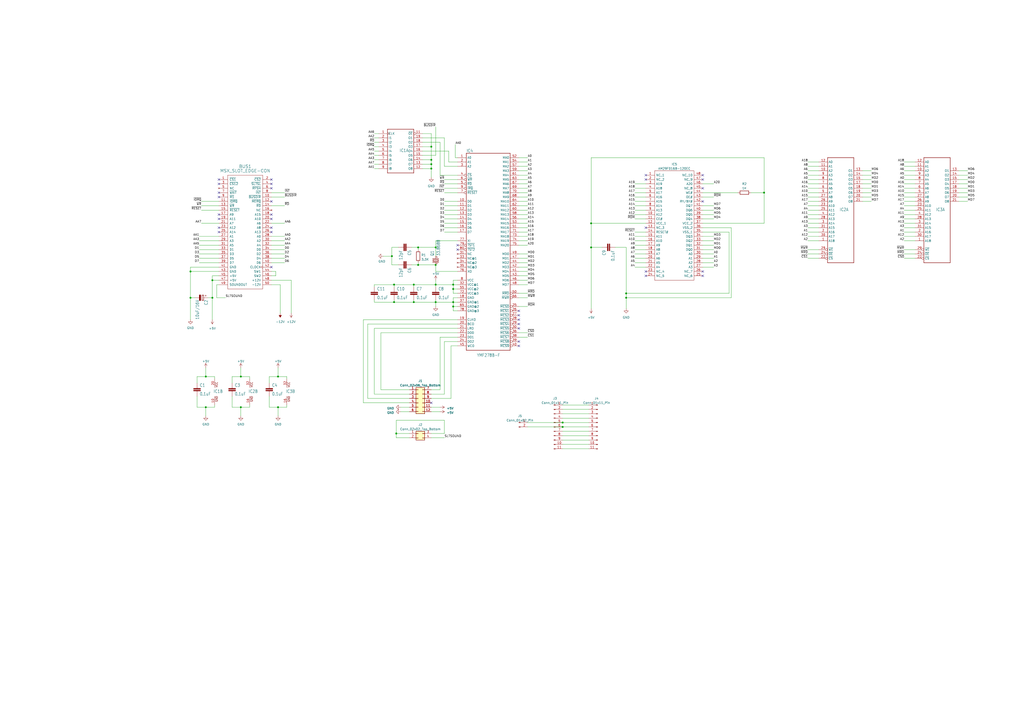
<source format=kicad_sch>
(kicad_sch (version 20230121) (generator eeschema)
  (paper "A2")
  (title_block (title "MSX OPL4 Wozblaster Reloaded") (date "2023-03-13") (rev "3.0") (company "The Retro Hacker") (comment 2 "Reloaded by Cristiano Goncalves") (comment 3 "Original Design by Gustavo Iriarte") (comment 4 "Wozblaster Reloaded v3"))
  (junction (at 161.29 218.44))
  (junction (at 262.89 175.26))
  (junction (at 363.22 170.18))
  (junction (at 119.38 236.22))
  (junction (at 119.38 218.44))
  (junction (at 123.19 172.72))
  (junction (at 161.29 236.22))
  (junction (at 252.73 175.26))
  (junction (at 110.49 157.48))
  (junction (at 240.03 175.26))
  (junction (at 139.7 218.44))
  (junction (at 227.33 148.59))
  (junction (at 110.49 172.72))
  (junction (at 250.19 85.09))
  (junction (at 262.89 165.1))
  (junction (at 228.6 175.26))
  (junction (at 252.73 143.51))
  (junction (at 240.03 165.1))
  (junction (at 250.19 97.79))
  (junction (at 363.22 172.72))
  (junction (at 262.89 167.64))
  (junction (at 139.7 236.22))
  (junction (at 123.19 162.56))
  (junction (at 342.9 129.54))
  (junction (at 262.89 177.8))
  (junction (at 242.57 143.51))
  (junction (at 242.57 153.67))
  (junction (at 250.19 95.25))
  (junction (at 252.73 165.1))
  (junction (at 229.87 251.46))
  (junction (at 342.9 143.51))
  (junction (at 250.19 92.71))
  (junction (at 326.39 247.65))
  (junction (at 228.6 165.1))
  (junction (at 326.39 245.11))
  (junction (at 443.23 111.76))
  (junction (at 252.73 153.67))
  (no_connect (at 407.67 104.14))
  (no_connect (at 407.67 160.02))
  (no_connect (at 374.65 160.02))
  (no_connect (at 300.99 185.42))
  (no_connect (at 300.99 182.88))
  (no_connect (at 300.99 180.34))
  (no_connect (at 300.99 190.5))
  (no_connect (at 300.99 187.96))
  (no_connect (at 300.99 200.66))
  (no_connect (at 300.99 198.12))
  (no_connect (at 127 134.62))
  (no_connect (at 127 132.08))
  (no_connect (at 127 124.46))
  (no_connect (at 127 127))
  (no_connect (at 157.48 154.94))
  (no_connect (at 157.48 132.08))
  (no_connect (at 157.48 134.62))
  (no_connect (at 265.43 142.24))
  (no_connect (at 265.43 144.78))
  (no_connect (at 374.65 101.6))
  (no_connect (at 407.67 157.48))
  (no_connect (at 374.65 157.48))
  (no_connect (at 374.65 104.14))
  (no_connect (at 407.67 101.6))
  (no_connect (at 250.19 233.68))
  (no_connect (at 407.67 109.22))
  (no_connect (at 407.67 116.84))
  (no_connect (at 157.48 124.46))
  (no_connect (at 157.48 127))
  (no_connect (at 374.65 132.08))
  (no_connect (at 127 104.14))
  (no_connect (at 127 106.68))
  (no_connect (at 127 111.76))
  (no_connect (at 127 114.3))
  (no_connect (at 157.48 104.14))
  (no_connect (at 157.48 106.68))
  (no_connect (at 157.48 109.22))
  (no_connect (at 157.48 116.84))
  (wire (pts (xy 252.73 157.48) (xy 265.43 157.48)))
  (wire (pts (xy 250.19 251.46) (xy 257.81 251.46)))
  (wire (pts (xy 468.63 99.06) (xy 474.98 99.06)))
  (wire (pts (xy 264.16 91.44) (xy 265.43 91.44)))
  (wire (pts (xy 257.81 109.22) (xy 265.43 109.22)))
  (wire (pts (xy 166.37 218.44) (xy 166.37 219.71)))
  (wire (pts (xy 161.29 236.22) (xy 166.37 236.22)))
  (wire (pts (xy 245.11 77.47) (xy 250.19 77.47)))
  (wire (pts (xy 424.18 172.72) (xy 363.22 172.72)))
  (wire (pts (xy 262.89 167.64) (xy 262.89 170.18)))
  (wire (pts (xy 300.99 154.94) (xy 306.07 154.94)))
  (wire (pts (xy 326.39 257.81) (xy 341.63 257.81)))
  (wire (pts (xy 363.22 170.18) (xy 363.22 172.72)))
  (wire (pts (xy 217.17 92.71) (xy 219.71 92.71)))
  (wire (pts (xy 257.81 119.38) (xy 265.43 119.38)))
  (wire (pts (xy 524.51 134.62) (xy 530.86 134.62)))
  (wire (pts (xy 257.81 121.92) (xy 265.43 121.92)))
  (wire (pts (xy 422.91 134.62) (xy 422.91 170.18)))
  (wire (pts (xy 242.57 152.4) (xy 242.57 153.67)))
  (wire (pts (xy 232.41 238.76) (xy 237.49 238.76)))
  (wire (pts (xy 116.84 116.84) (xy 127 116.84)))
  (wire (pts (xy 524.51 99.06) (xy 530.86 99.06)))
  (wire (pts (xy 157.48 149.86) (xy 165.1 149.86)))
  (wire (pts (xy 240.03 175.26) (xy 252.73 175.26)))
  (wire (pts (xy 116.84 121.92) (xy 127 121.92)))
  (wire (pts (xy 342.9 143.51) (xy 342.9 179.07)))
  (wire (pts (xy 110.49 157.48) (xy 127 157.48)))
  (wire (pts (xy 110.49 154.94) (xy 110.49 157.48)))
  (wire (pts (xy 157.48 152.4) (xy 165.1 152.4)))
  (wire (pts (xy 500.38 111.76) (xy 505.46 111.76)))
  (wire (pts (xy 161.29 213.36) (xy 161.29 218.44)))
  (wire (pts (xy 134.62 236.22) (xy 139.7 236.22)))
  (wire (pts (xy 300.99 137.16) (xy 306.07 137.16)))
  (wire (pts (xy 262.89 167.64) (xy 265.43 167.64)))
  (wire (pts (xy 300.99 147.32) (xy 306.07 147.32)))
  (wire (pts (xy 556.26 101.6) (xy 561.34 101.6)))
  (wire (pts (xy 556.26 99.06) (xy 561.34 99.06)))
  (wire (pts (xy 257.81 243.84) (xy 229.87 243.84)))
  (wire (pts (xy 213.36 231.14) (xy 237.49 231.14)))
  (wire (pts (xy 368.3 154.94) (xy 374.65 154.94)))
  (wire (pts (xy 524.51 101.6) (xy 530.86 101.6)))
  (wire (pts (xy 250.19 85.09) (xy 250.19 92.71)))
  (wire (pts (xy 261.62 231.14) (xy 250.19 231.14)))
  (wire (pts (xy 123.19 162.56) (xy 127 162.56)))
  (wire (pts (xy 407.67 152.4) (xy 414.02 152.4)))
  (wire (pts (xy 524.51 111.76) (xy 530.86 111.76)))
  (wire (pts (xy 407.67 132.08) (xy 424.18 132.08)))
  (wire (pts (xy 262.89 177.8) (xy 262.89 180.34)))
  (wire (pts (xy 238.76 153.67) (xy 242.57 153.67)))
  (wire (pts (xy 300.99 177.8) (xy 306.07 177.8)))
  (wire (pts (xy 114.3 236.22) (xy 119.38 236.22)))
  (wire (pts (xy 252.73 165.1) (xy 262.89 165.1)))
  (wire (pts (xy 300.99 157.48) (xy 306.07 157.48)))
  (wire (pts (xy 524.51 149.86) (xy 530.86 149.86)))
  (wire (pts (xy 524.51 147.32) (xy 530.86 147.32)))
  (wire (pts (xy 250.19 77.47) (xy 250.19 85.09)))
  (wire (pts (xy 368.3 149.86) (xy 374.65 149.86)))
  (wire (pts (xy 468.63 119.38) (xy 474.98 119.38)))
  (wire (pts (xy 217.17 95.25) (xy 219.71 95.25)))
  (wire (pts (xy 217.17 228.6) (xy 237.49 228.6)))
  (wire (pts (xy 407.67 149.86) (xy 414.02 149.86)))
  (wire (pts (xy 326.39 247.65) (xy 341.63 247.65)))
  (wire (pts (xy 326.39 250.19) (xy 341.63 250.19)))
  (wire (pts (xy 306.07 247.65) (xy 326.39 247.65)))
  (wire (pts (xy 157.48 157.48) (xy 160.02 157.48)))
  (wire (pts (xy 407.67 119.38) (xy 414.02 119.38)))
  (wire (pts (xy 468.63 147.32) (xy 474.98 147.32)))
  (wire (pts (xy 468.63 124.46) (xy 474.98 124.46)))
  (wire (pts (xy 222.25 148.59) (xy 227.33 148.59)))
  (wire (pts (xy 114.3 229.87) (xy 114.3 236.22)))
  (wire (pts (xy 468.63 132.08) (xy 474.98 132.08)))
  (wire (pts (xy 407.67 111.76) (xy 427.99 111.76)))
  (wire (pts (xy 468.63 106.68) (xy 474.98 106.68)))
  (wire (pts (xy 443.23 129.54) (xy 443.23 111.76)))
  (wire (pts (xy 368.3 119.38) (xy 374.65 119.38)))
  (wire (pts (xy 217.17 87.63) (xy 219.71 87.63)))
  (wire (pts (xy 407.67 106.68) (xy 414.02 106.68)))
  (wire (pts (xy 110.49 172.72) (xy 113.03 172.72)))
  (wire (pts (xy 326.39 237.49) (xy 341.63 237.49)))
  (wire (pts (xy 252.73 175.26) (xy 262.89 175.26)))
  (wire (pts (xy 257.81 228.6) (xy 250.19 228.6)))
  (wire (pts (xy 257.81 96.52) (xy 265.43 96.52)))
  (wire (pts (xy 217.17 90.17) (xy 219.71 90.17)))
  (wire (pts (xy 368.3 114.3) (xy 374.65 114.3)))
  (wire (pts (xy 210.82 185.42) (xy 210.82 233.68)))
  (wire (pts (xy 368.3 109.22) (xy 374.65 109.22)))
  (wire (pts (xy 255.27 82.55) (xy 255.27 101.6)))
  (wire (pts (xy 524.51 96.52) (xy 530.86 96.52)))
  (wire (pts (xy 265.43 193.04) (xy 220.98 193.04)))
  (wire (pts (xy 407.67 147.32) (xy 414.02 147.32)))
  (wire (pts (xy 556.26 114.3) (xy 561.34 114.3)))
  (wire (pts (xy 368.3 134.62) (xy 374.65 134.62)))
  (wire (pts (xy 250.19 238.76) (xy 255.27 238.76)))
  (wire (pts (xy 139.7 218.44) (xy 134.62 218.44)))
  (wire (pts (xy 262.89 172.72) (xy 262.89 175.26)))
  (wire (pts (xy 257.81 127) (xy 265.43 127)))
  (wire (pts (xy 232.41 236.22) (xy 237.49 236.22)))
  (wire (pts (xy 156.21 218.44) (xy 156.21 222.25)))
  (wire (pts (xy 407.67 137.16) (xy 414.02 137.16)))
  (wire (pts (xy 119.38 218.44) (xy 124.46 218.44)))
  (wire (pts (xy 424.18 132.08) (xy 424.18 172.72)))
  (wire (pts (xy 262.89 162.56) (xy 262.89 165.1)))
  (wire (pts (xy 300.99 132.08) (xy 306.07 132.08)))
  (wire (pts (xy 524.51 109.22) (xy 530.86 109.22)))
  (wire (pts (xy 556.26 109.22) (xy 561.34 109.22)))
  (wire (pts (xy 368.3 124.46) (xy 374.65 124.46)))
  (wire (pts (xy 407.67 134.62) (xy 422.91 134.62)))
  (wire (pts (xy 115.57 147.32) (xy 127 147.32)))
  (wire (pts (xy 468.63 127) (xy 474.98 127)))
  (wire (pts (xy 468.63 93.98) (xy 474.98 93.98)))
  (wire (pts (xy 468.63 144.78) (xy 474.98 144.78)))
  (wire (pts (xy 116.84 129.54) (xy 127 129.54)))
  (wire (pts (xy 217.17 190.5) (xy 217.17 228.6)))
  (wire (pts (xy 262.89 165.1) (xy 265.43 165.1)))
  (wire (pts (xy 257.81 198.12) (xy 257.81 228.6)))
  (wire (pts (xy 240.03 165.1) (xy 252.73 165.1)))
  (wire (pts (xy 468.63 137.16) (xy 474.98 137.16)))
  (wire (pts (xy 468.63 101.6) (xy 474.98 101.6)))
  (wire (pts (xy 556.26 104.14) (xy 561.34 104.14)))
  (wire (pts (xy 300.99 139.7) (xy 306.07 139.7)))
  (wire (pts (xy 326.39 252.73) (xy 341.63 252.73)))
  (wire (pts (xy 217.17 97.79) (xy 219.71 97.79)))
  (wire (pts (xy 300.99 172.72) (xy 306.07 172.72)))
  (wire (pts (xy 240.03 175.26) (xy 240.03 173.99)))
  (wire (pts (xy 407.67 139.7) (xy 414.02 139.7)))
  (wire (pts (xy 228.6 165.1) (xy 228.6 166.37)))
  (wire (pts (xy 157.48 137.16) (xy 165.1 137.16)))
  (wire (pts (xy 257.81 132.08) (xy 265.43 132.08)))
  (wire (pts (xy 524.51 139.7) (xy 530.86 139.7)))
  (wire (pts (xy 217.17 82.55) (xy 219.71 82.55)))
  (wire (pts (xy 229.87 251.46) (xy 237.49 251.46)))
  (wire (pts (xy 123.19 160.02) (xy 127 160.02)))
  (wire (pts (xy 217.17 175.26) (xy 228.6 175.26)))
  (wire (pts (xy 300.99 93.98) (xy 306.07 93.98)))
  (wire (pts (xy 363.22 172.72) (xy 363.22 179.07)))
  (wire (pts (xy 300.99 91.44) (xy 306.07 91.44)))
  (wire (pts (xy 265.43 200.66) (xy 261.62 200.66)))
  (wire (pts (xy 363.22 143.51) (xy 363.22 170.18)))
  (wire (pts (xy 252.73 90.17) (xy 245.11 90.17)))
  (wire (pts (xy 157.48 165.1) (xy 162.56 165.1)))
  (wire (pts (xy 245.11 92.71) (xy 250.19 92.71)))
  (wire (pts (xy 217.17 175.26) (xy 217.17 173.99)))
  (wire (pts (xy 157.48 111.76) (xy 165.1 111.76)))
  (wire (pts (xy 300.99 195.58) (xy 306.07 195.58)))
  (wire (pts (xy 139.7 236.22) (xy 139.7 241.3)))
  (wire (pts (xy 257.81 104.14) (xy 265.43 104.14)))
  (wire (pts (xy 123.19 162.56) (xy 123.19 172.72)))
  (wire (pts (xy 407.67 121.92) (xy 414.02 121.92)))
  (wire (pts (xy 300.99 127) (xy 306.07 127)))
  (wire (pts (xy 524.51 114.3) (xy 530.86 114.3)))
  (wire (pts (xy 422.91 170.18) (xy 363.22 170.18)))
  (wire (pts (xy 157.48 144.78) (xy 165.1 144.78)))
  (wire (pts (xy 368.3 139.7) (xy 374.65 139.7)))
  (wire (pts (xy 252.73 153.67) (xy 252.73 157.48)))
  (wire (pts (xy 368.3 106.68) (xy 374.65 106.68)))
  (wire (pts (xy 368.3 137.16) (xy 374.65 137.16)))
  (wire (pts (xy 139.7 236.22) (xy 144.78 236.22)))
  (wire (pts (xy 110.49 172.72) (xy 110.49 185.42)))
  (wire (pts (xy 157.48 129.54) (xy 165.1 129.54)))
  (wire (pts (xy 139.7 213.36) (xy 139.7 218.44)))
  (wire (pts (xy 229.87 254) (xy 237.49 254)))
  (wire (pts (xy 468.63 116.84) (xy 474.98 116.84)))
  (wire (pts (xy 157.48 147.32) (xy 165.1 147.32)))
  (wire (pts (xy 265.43 172.72) (xy 262.89 172.72)))
  (wire (pts (xy 255.27 101.6) (xy 265.43 101.6)))
  (wire (pts (xy 556.26 116.84) (xy 561.34 116.84)))
  (wire (pts (xy 300.99 193.04) (xy 306.07 193.04)))
  (wire (pts (xy 556.26 111.76) (xy 561.34 111.76)))
  (wire (pts (xy 300.99 134.62) (xy 306.07 134.62)))
  (wire (pts (xy 161.29 218.44) (xy 156.21 218.44)))
  (wire (pts (xy 228.6 165.1) (xy 240.03 165.1)))
  (wire (pts (xy 114.3 218.44) (xy 114.3 222.25)))
  (wire (pts (xy 144.78 236.22) (xy 144.78 234.95)))
  (wire (pts (xy 250.19 95.25) (xy 250.19 97.79)))
  (wire (pts (xy 242.57 153.67) (xy 252.73 153.67)))
  (wire (pts (xy 119.38 213.36) (xy 119.38 218.44)))
  (wire (pts (xy 342.9 129.54) (xy 374.65 129.54)))
  (wire (pts (xy 435.61 111.76) (xy 443.23 111.76)))
  (wire (pts (xy 229.87 243.84) (xy 229.87 251.46)))
  (wire (pts (xy 300.99 101.6) (xy 306.07 101.6)))
  (wire (pts (xy 265.43 185.42) (xy 210.82 185.42)))
  (wire (pts (xy 300.99 116.84) (xy 306.07 116.84)))
  (wire (pts (xy 124.46 218.44) (xy 124.46 219.71)))
  (wire (pts (xy 326.39 240.03) (xy 341.63 240.03)))
  (wire (pts (xy 261.62 200.66) (xy 261.62 231.14)))
  (wire (pts (xy 300.99 114.3) (xy 306.07 114.3)))
  (wire (pts (xy 500.38 101.6) (xy 505.46 101.6)))
  (wire (pts (xy 524.51 144.78) (xy 530.86 144.78)))
  (wire (pts (xy 265.43 187.96) (xy 213.36 187.96)))
  (wire (pts (xy 255.27 226.06) (xy 250.19 226.06)))
  (wire (pts (xy 468.63 129.54) (xy 474.98 129.54)))
  (wire (pts (xy 265.43 198.12) (xy 257.81 198.12)))
  (wire (pts (xy 166.37 234.95) (xy 166.37 236.22)))
  (wire (pts (xy 300.99 99.06) (xy 306.07 99.06)))
  (wire (pts (xy 257.81 116.84) (xy 265.43 116.84)))
  (wire (pts (xy 468.63 111.76) (xy 474.98 111.76)))
  (wire (pts (xy 110.49 157.48) (xy 110.49 172.72)))
  (wire (pts (xy 162.56 165.1) (xy 162.56 181.61)))
  (wire (pts (xy 231.14 153.67) (xy 227.33 153.67)))
  (wire (pts (xy 326.39 234.95) (xy 341.63 234.95)))
  (wire (pts (xy 300.99 142.24) (xy 306.07 142.24)))
  (wire (pts (xy 231.14 143.51) (xy 227.33 143.51)))
  (wire (pts (xy 407.67 129.54) (xy 443.23 129.54)))
  (wire (pts (xy 120.65 172.72) (xy 123.19 172.72)))
  (wire (pts (xy 300.99 121.92) (xy 306.07 121.92)))
  (wire (pts (xy 368.3 144.78) (xy 374.65 144.78)))
  (wire (pts (xy 219.71 80.01) (xy 217.17 80.01)))
  (wire (pts (xy 300.99 152.4) (xy 306.07 152.4)))
  (wire (pts (xy 342.9 91.44) (xy 342.9 129.54)))
  (wire (pts (xy 300.99 96.52) (xy 306.07 96.52)))
  (wire (pts (xy 265.43 175.26) (xy 262.89 175.26)))
  (wire (pts (xy 115.57 137.16) (xy 127 137.16)))
  (wire (pts (xy 407.67 127) (xy 414.02 127)))
  (wire (pts (xy 500.38 106.68) (xy 505.46 106.68)))
  (wire (pts (xy 157.48 142.24) (xy 165.1 142.24)))
  (wire (pts (xy 123.19 172.72) (xy 123.19 185.42)))
  (wire (pts (xy 368.3 147.32) (xy 374.65 147.32)))
  (wire (pts (xy 156.21 236.22) (xy 156.21 229.87)))
  (wire (pts (xy 257.81 129.54) (xy 265.43 129.54)))
  (wire (pts (xy 556.26 106.68) (xy 561.34 106.68)))
  (wire (pts (xy 220.98 193.04) (xy 220.98 226.06)))
  (wire (pts (xy 524.51 127) (xy 530.86 127)))
  (wire (pts (xy 119.38 236.22) (xy 124.46 236.22)))
  (wire (pts (xy 262.89 170.18) (xy 265.43 170.18)))
  (wire (pts (xy 342.9 91.44) (xy 443.23 91.44)))
  (wire (pts (xy 252.73 173.99) (xy 252.73 175.26)))
  (wire (pts (xy 168.91 162.56) (xy 168.91 181.61)))
  (wire (pts (xy 300.99 165.1) (xy 306.07 165.1)))
  (wire (pts (xy 134.62 218.44) (xy 134.62 222.25)))
  (wire (pts (xy 125.73 165.1) (xy 127 165.1)))
  (wire (pts (xy 255.27 195.58) (xy 255.27 226.06)))
  (wire (pts (xy 245.11 97.79) (xy 250.19 97.79)))
  (wire (pts (xy 468.63 149.86) (xy 474.98 149.86)))
  (wire (pts (xy 500.38 109.22) (xy 505.46 109.22)))
  (wire (pts (xy 134.62 229.87) (xy 134.62 236.22)))
  (wire (pts (xy 500.38 116.84) (xy 505.46 116.84)))
  (wire (pts (xy 257.81 124.46) (xy 265.43 124.46)))
  (wire (pts (xy 245.11 80.01) (xy 257.81 80.01)))
  (wire (pts (xy 524.51 124.46) (xy 530.86 124.46)))
  (wire (pts (xy 356.87 143.51) (xy 363.22 143.51)))
  (wire (pts (xy 166.37 218.44) (xy 161.29 218.44)))
  (wire (pts (xy 252.73 175.26) (xy 252.73 177.8)))
  (wire (pts (xy 262.89 180.34) (xy 265.43 180.34)))
  (wire (pts (xy 524.51 104.14) (xy 530.86 104.14)))
  (wire (pts (xy 306.07 245.11) (xy 326.39 245.11)))
  (wire (pts (xy 160.02 157.48) (xy 160.02 160.02)))
  (wire (pts (xy 300.99 111.76) (xy 306.07 111.76)))
  (wire (pts (xy 368.3 127) (xy 374.65 127)))
  (wire (pts (xy 228.6 175.26) (xy 228.6 173.99)))
  (wire (pts (xy 265.43 177.8) (xy 262.89 177.8)))
  (wire (pts (xy 342.9 143.51) (xy 349.25 143.51)))
  (wire (pts (xy 407.67 144.78) (xy 414.02 144.78)))
  (wire (pts (xy 524.51 129.54) (xy 530.86 129.54)))
  (wire (pts (xy 250.19 236.22) (xy 255.27 236.22)))
  (wire (pts (xy 157.48 119.38) (xy 165.1 119.38)))
  (wire (pts (xy 213.36 187.96) (xy 213.36 231.14)))
  (wire (pts (xy 250.19 95.25) (xy 250.19 92.71)))
  (wire (pts (xy 240.03 165.1) (xy 240.03 166.37)))
  (wire (pts (xy 252.73 165.1) (xy 252.73 166.37)))
  (wire (pts (xy 115.57 144.78) (xy 127 144.78)))
  (wire (pts (xy 468.63 121.92) (xy 474.98 121.92)))
  (wire (pts (xy 124.46 236.22) (xy 124.46 234.95)))
  (wire (pts (xy 300.99 170.18) (xy 306.07 170.18)))
  (wire (pts (xy 115.57 139.7) (xy 127 139.7)))
  (wire (pts (xy 123.19 160.02) (xy 123.19 162.56)))
  (wire (pts (xy 326.39 245.11) (xy 341.63 245.11)))
  (wire (pts (xy 115.57 142.24) (xy 127 142.24)))
  (wire (pts (xy 443.23 111.76) (xy 443.23 91.44)))
  (wire (pts (xy 265.43 195.58) (xy 255.27 195.58)))
  (wire (pts (xy 144.78 218.44) (xy 139.7 218.44)))
  (wire (pts (xy 157.48 139.7) (xy 165.1 139.7)))
  (wire (pts (xy 407.67 124.46) (xy 414.02 124.46)))
  (wire (pts (xy 468.63 109.22) (xy 474.98 109.22)))
  (wire (pts (xy 125.73 172.72) (xy 130.81 172.72)))
  (wire (pts (xy 252.73 73.66) (xy 252.73 90.17)))
  (wire (pts (xy 300.99 124.46) (xy 306.07 124.46)))
  (wire (pts (xy 257.81 251.46) (xy 257.81 243.84)))
  (wire (pts (xy 257.81 80.01) (xy 257.81 96.52)))
  (wire (pts (xy 524.51 116.84) (xy 530.86 116.84)))
  (wire (pts (xy 524.51 93.98) (xy 530.86 93.98)))
  (wire (pts (xy 326.39 242.57) (xy 341.63 242.57)))
  (wire (pts (xy 368.3 142.24) (xy 374.65 142.24)))
  (wire (pts (xy 260.35 87.63) (xy 260.35 93.98)))
  (wire (pts (xy 160.02 160.02) (xy 157.48 160.02)))
  (wire (pts (xy 245.11 87.63) (xy 260.35 87.63)))
  (wire (pts (xy 220.98 226.06) (xy 237.49 226.06)))
  (wire (pts (xy 265.43 162.56) (xy 262.89 162.56)))
  (wire (pts (xy 217.17 85.09) (xy 219.71 85.09)))
  (wire (pts (xy 217.17 77.47) (xy 219.71 77.47)))
  (wire (pts (xy 227.33 148.59) (xy 227.33 153.67)))
  (wire (pts (xy 217.17 165.1) (xy 228.6 165.1)))
  (wire (pts (xy 157.48 114.3) (xy 165.1 114.3)))
  (wire (pts (xy 368.3 121.92) (xy 374.65 121.92)))
  (wire (pts (xy 300.99 149.86) (xy 306.07 149.86)))
  (wire (pts (xy 252.73 139.7) (xy 265.43 139.7)))
  (wire (pts (xy 110.49 154.94) (xy 127 154.94)))
  (wire (pts (xy 524.51 137.16) (xy 530.86 137.16)))
  (wire (pts (xy 114.3 218.44) (xy 119.38 218.44)))
  (wire (pts (xy 342.9 129.54) (xy 342.9 143.51)))
  (wire (pts (xy 326.39 255.27) (xy 341.63 255.27)))
  (wire (pts (xy 407.67 142.24) (xy 414.02 142.24)))
  (wire (pts (xy 264.16 91.44) (xy 264.16 83.82)))
  (wire (pts (xy 245.11 95.25) (xy 250.19 95.25)))
  (wire (pts (xy 500.38 104.14) (xy 505.46 104.14)))
  (wire (pts (xy 227.33 143.51) (xy 227.33 148.59)))
  (wire (pts (xy 228.6 175.26) (xy 240.03 175.26)))
  (wire (pts (xy 262.89 175.26) (xy 262.89 177.8)))
  (wire (pts (xy 524.51 132.08) (xy 530.86 132.08)))
  (wire (pts (xy 407.67 114.3) (xy 414.02 114.3)))
  (wire (pts (xy 300.99 129.54) (xy 306.07 129.54)))
  (wire (pts (xy 144.78 218.44) (xy 144.78 219.71)))
  (wire (pts (xy 500.38 99.06) (xy 505.46 99.06)))
  (wire (pts (xy 300.99 109.22) (xy 306.07 109.22)))
  (wire (pts (xy 252.73 143.51) (xy 252.73 148.59)))
  (wire (pts (xy 252.73 162.56) (xy 252.73 165.1)))
  (wire (pts (xy 115.57 149.86) (xy 127 149.86)))
  (wire (pts (xy 156.21 236.22) (xy 161.29 236.22)))
  (wire (pts (xy 257.81 106.68) (xy 265.43 106.68)))
  (wire (pts (xy 210.82 233.68) (xy 237.49 233.68)))
  (wire (pts (xy 500.38 114.3) (xy 505.46 114.3)))
  (wire (pts (xy 265.43 190.5) (xy 217.17 190.5)))
  (wire (pts (xy 250.19 254) (xy 257.81 254)))
  (wire (pts (xy 257.81 111.76) (xy 265.43 111.76)))
  (wire (pts (xy 115.57 152.4) (xy 127 152.4)))
  (wire (pts (xy 125.73 165.1) (xy 125.73 172.72)))
  (wire (pts (xy 368.3 111.76) (xy 374.65 111.76)))
  (wire (pts (xy 257.81 134.62) (xy 265.43 134.62)))
  (wire (pts (xy 407.67 154.94) (xy 414.02 154.94)))
  (wire (pts (xy 242.57 143.51) (xy 242.57 144.78)))
  (wire (pts (xy 119.38 236.22) (xy 119.38 241.3)))
  (wire (pts (xy 468.63 96.52) (xy 474.98 96.52)))
  (wire (pts (xy 524.51 121.92) (xy 530.86 121.92)))
  (wire (pts (xy 468.63 104.14) (xy 474.98 104.14)))
  (wire (pts (xy 252.73 139.7) (xy 252.73 143.51)))
  (wire (pts (xy 116.84 119.38) (xy 127 119.38)))
  (wire (pts (xy 262.89 165.1) (xy 262.89 167.64)))
  (wire (pts (xy 300.99 160.02) (xy 306.07 160.02)))
  (wire (pts (xy 368.3 116.84) (xy 374.65 116.84)))
  (wire (pts (xy 368.3 152.4) (xy 374.65 152.4)))
  (wire (pts (xy 468.63 114.3) (xy 474.98 114.3)))
  (wire (pts (xy 245.11 85.09) (xy 250.19 85.09)))
  (wire (pts (xy 524.51 106.68) (xy 530.86 106.68)))
  (wire (pts (xy 217.17 165.1) (xy 217.17 166.37)))
  (wire (pts (xy 260.35 93.98) (xy 265.43 93.98)))
  (wire (pts (xy 300.99 119.38) (xy 306.07 119.38)))
  (wire (pts (xy 300.99 106.68) (xy 306.07 106.68)))
  (wire (pts (xy 161.29 236.22) (xy 161.29 241.3)))
  (wire (pts (xy 245.11 82.55) (xy 255.27 82.55)))
  (wire (pts (xy 524.51 119.38) (xy 530.86 119.38)))
  (wire (pts (xy 300.99 162.56) (xy 306.07 162.56)))
  (wire (pts (xy 157.48 162.56) (xy 168.91 162.56)))
  (wire (pts (xy 468.63 139.7) (xy 474.98 139.7)))
  (wire (pts (xy 326.39 260.35) (xy 341.63 260.35)))
  (wire (pts (xy 242.57 143.51) (xy 252.73 143.51)))
  (wire (pts (xy 468.63 134.62) (xy 474.98 134.62)))
  (wire (pts (xy 229.87 254) (xy 229.87 251.46)))
  (wire (pts (xy 250.19 97.79) (xy 250.19 102.87)))
  (wire (pts (xy 300.99 104.14) (xy 306.07 104.14)))
  (wire (pts (xy 238.76 143.51) (xy 242.57 143.51)))
  (label "MD4" (at 414.02 127 0) (effects (font (size 1.2446 1.2446))))
  (label "AA3" (at 115.57 139.7 180) (effects (font (size 1.2446 1.2446))))
  (label "AA2" (at 165.1 139.7 0) (effects (font (size 1.2446 1.2446))))
  (label "~{MRD}" (at 468.63 147.32 180) (effects (font (size 1.2446 1.2446))))
  (label "A12" (at 468.63 137.16 180) (effects (font (size 1.2446 1.2446))))
  (label "A8" (at 524.51 96.52 180) (effects (font (size 1.2446 1.2446))))
  (label "A2" (at 468.63 139.7 180) (effects (font (size 1.2446 1.2446))))
  (label "MD2" (at 561.34 104.14 0) (effects (font (size 1.2446 1.2446))))
  (label "~{MWR}" (at 468.63 144.78 180) (effects (font (size 1.2446 1.2446))))
  (label "A11" (at 468.63 124.46 180) (effects (font (size 1.2446 1.2446))))
  (label "MD0" (at 561.34 106.68 0) (effects (font (size 1.2446 1.2446))))
  (label "AA5" (at 217.17 87.63 180) (effects (font (size 1.2446 1.2446))))
  (label "A17" (at 368.3 111.76 180) (effects (font (size 1.2446 1.2446))))
  (label "~{MRD}" (at 524.51 147.32 180) (effects (font (size 1.2446 1.2446))))
  (label "~{RESET}" (at 116.84 121.92 180) (effects (font (size 1.2446 1.2446))))
  (label "D1" (at 257.81 119.38 180) (effects (font (size 1.2446 1.2446))))
  (label "A17" (at 524.51 116.84 180) (effects (font (size 1.2446 1.2446))))
  (label "A20" (at 306.07 142.24 0) (effects (font (size 1.2446 1.2446))))
  (label "A13" (at 306.07 124.46 0) (effects (font (size 1.2446 1.2446))))
  (label "MD4" (at 505.46 101.6 0) (effects (font (size 1.2446 1.2446))))
  (label "A16" (at 306.07 132.08 0) (effects (font (size 1.2446 1.2446))))
  (label "MD7" (at 561.34 116.84 0) (effects (font (size 1.2446 1.2446))))
  (label "MD6" (at 306.07 162.56 0) (effects (font (size 1.2446 1.2446))))
  (label "~{RESET}" (at 257.81 111.76 180) (effects (font (size 1.2446 1.2446))))
  (label "AA6" (at 217.17 77.47 180) (effects (font (size 1.2446 1.2446))))
  (label "~{IORQ}" (at 116.84 116.84 180) (effects (font (size 1.2446 1.2446))))
  (label "A8" (at 468.63 96.52 180) (effects (font (size 1.2446 1.2446))))
  (label "~{RESET}" (at 368.3 134.62 180) (effects (font (size 1.2446 1.2446))))
  (label "A5" (at 468.63 101.6 180) (effects (font (size 1.2446 1.2446))))
  (label "A2" (at 524.51 139.7 180) (effects (font (size 1.2446 1.2446))))
  (label "MD2" (at 414.02 139.7 0) (effects (font (size 1.2446 1.2446))))
  (label "AA7" (at 217.17 95.25 180) (effects (font (size 1.2446 1.2446))))
  (label "AA3" (at 217.17 92.71 180) (effects (font (size 1.2446 1.2446))))
  (label "D0" (at 165.1 144.78 0) (effects (font (size 1.2446 1.2446))))
  (label "A14" (at 524.51 109.22 180) (effects (font (size 1.2446 1.2446))))
  (label "A5" (at 524.51 101.6 180) (effects (font (size 1.2446 1.2446))))
  (label "SLTSOUND" (at 257.81 254 0))
  (label "~{RD}" (at 257.81 106.68 180) (effects (font (size 1.2446 1.2446))))
  (label "A5" (at 368.3 152.4 180) (effects (font (size 1.2446 1.2446))))
  (label "MD2" (at 306.07 152.4 0) (effects (font (size 1.2446 1.2446))))
  (label "A1" (at 524.51 134.62 180) (effects (font (size 1.2446 1.2446))))
  (label "A6" (at 468.63 99.06 180) (effects (font (size 1.2446 1.2446))))
  (label "MD4" (at 561.34 101.6 0) (effects (font (size 1.2446 1.2446))))
  (label "AA4" (at 217.17 90.17 180) (effects (font (size 1.2446 1.2446))))
  (label "MD0" (at 505.46 106.68 0) (effects (font (size 1.2446 1.2446))))
  (label "MD3" (at 561.34 111.76 0) (effects (font (size 1.2446 1.2446))))
  (label "MD4" (at 306.07 157.48 0) (effects (font (size 1.2446 1.2446))))
  (label "A14" (at 368.3 119.38 180) (effects (font (size 1.2446 1.2446))))
  (label "~{ROM}" (at 306.07 177.8 0) (effects (font (size 1.2446 1.2446))))
  (label "A1" (at 306.07 93.98 0) (effects (font (size 1.2446 1.2446))))
  (label "A5" (at 306.07 104.14 0) (effects (font (size 1.2446 1.2446))))
  (label "~{INT}" (at 165.1 111.76 0) (effects (font (size 1.2446 1.2446))))
  (label "A1" (at 468.63 134.62 180) (effects (font (size 1.2446 1.2446))))
  (label "~{WR}" (at 257.81 104.14 180) (effects (font (size 1.2446 1.2446))))
  (label "A18" (at 306.07 137.16 0) (effects (font (size 1.2446 1.2446))))
  (label "~{BUSDIR}" (at 165.1 114.3 0) (effects (font (size 1.2446 1.2446))))
  (label "D5" (at 257.81 129.54 180) (effects (font (size 1.2446 1.2446))))
  (label "A2" (at 306.07 96.52 0) (effects (font (size 1.2446 1.2446))))
  (label "AA2" (at 217.17 80.01 180) (effects (font (size 1.2446 1.2446))))
  (label "AA1" (at 217.17 97.79 180) (effects (font (size 1.2446 1.2446))))
  (label "AA0" (at 165.1 137.16 0) (effects (font (size 1.2446 1.2446))) (property "Netclass" "SIGNAL" (effects hide)))
  (label "A12" (at 306.07 121.92 0) (effects (font (size 1.2446 1.2446))))
  (label "~{MWR}" (at 524.51 144.78 180) (effects (font (size 1.2446 1.2446))))
  (label "A0" (at 306.07 91.44 0) (effects (font (size 1.2446 1.2446))))
  (label "A3" (at 524.51 132.08 180) (effects (font (size 1.2446 1.2446))))
  (label "A7" (at 468.63 119.38 180) (effects (font (size 1.2446 1.2446))))
  (label "D7" (at 115.57 152.4 180) (effects (font (size 1.2446 1.2446))))
  (label "A17" (at 468.63 116.84 180) (effects (font (size 1.2446 1.2446))))
  (label "A10" (at 468.63 111.76 180) (effects (font (size 1.2446 1.2446))))
  (label "A12" (at 368.3 124.46 180) (effects (font (size 1.2446 1.2446))))
  (label "A15" (at 524.51 114.3 180) (effects (font (size 1.2446 1.2446))))
  (label "A15" (at 468.63 114.3 180) (effects (font (size 1.2446 1.2446))))
  (label "A6" (at 524.51 99.06 180) (effects (font (size 1.2446 1.2446))))
  (label "A10" (at 524.51 111.76 180) (effects (font (size 1.2446 1.2446))))
  (label "D5" (at 115.57 149.86 180) (effects (font (size 1.2446 1.2446))))
  (label "A7" (at 306.07 109.22 0) (effects (font (size 1.2446 1.2446))))
  (label "MD5" (at 505.46 114.3 0) (effects (font (size 1.2446 1.2446))))
  (label "A18" (at 368.3 109.22 180) (effects (font (size 1.2446 1.2446))))
  (label "A18" (at 468.63 93.98 180) (effects (font (size 1.2446 1.2446))))
  (label "AA4" (at 165.1 142.24 0) (effects (font (size 1.2446 1.2446))))
  (label "MD1" (at 306.07 149.86 0) (effects (font (size 1.2446 1.2446))))
  (label "AA0" (at 264.16 83.82 0) (effects (font (size 1.1735 1.1735))))
  (label "~{ROM}" (at 368.3 127 180) (effects (font (size 1.2446 1.2446))))
  (label "A4" (at 368.3 154.94 180) (effects (font (size 1.2446 1.2446))))
  (label "A14" (at 468.63 109.22 180) (effects (font (size 1.2446 1.2446))))
  (label "A1" (at 414.02 149.86 0) (effects (font (size 1.2446 1.2446))))
  (label "A17" (at 306.07 134.62 0) (effects (font (size 1.2446 1.2446))))
  (label "A16" (at 368.3 114.3 180) (effects (font (size 1.2446 1.2446))))
  (label "AA1" (at 115.57 137.16 180) (effects (font (size 1.2446 1.2446))))
  (label "MD5" (at 306.07 160.02 0) (effects (font (size 1.2446 1.2446))))
  (label "AA5" (at 115.57 142.24 180) (effects (font (size 1.2446 1.2446))))
  (label "AA6" (at 165.1 129.54 0) (effects (font (size 1.2446 1.2446))))
  (label "D0" (at 257.81 116.84 180) (effects (font (size 1.2446 1.2446))))
  (label "MD6" (at 414.02 121.92 0) (effects (font (size 1.2446 1.2446))))
  (label "A9" (at 306.07 114.3 0) (effects (font (size 1.2446 1.2446))))
  (label "MD5" (at 561.34 114.3 0) (effects (font (size 1.2446 1.2446))))
  (label "~{CS0}" (at 306.07 193.04 0) (effects (font (size 1.2446 1.2446))))
  (label "A0" (at 414.02 147.32 0) (effects (font (size 1.2446 1.2446))))
  (label "~{ROM}" (at 414.02 114.3 0) (effects (font (size 1.2446 1.2446))))
  (label "MD3" (at 505.46 111.76 0) (effects (font (size 1.2446 1.2446))))
  (label "MD1" (at 561.34 109.22 0) (effects (font (size 1.2446 1.2446))))
  (label "MD3" (at 306.07 154.94 0) (effects (font (size 1.2446 1.2446))))
  (label "D7" (at 257.81 134.62 180) (effects (font (size 1.2446 1.2446))))
  (label "A9" (at 524.51 127 180) (effects (font (size 1.2446 1.2446))))
  (label "A18" (at 524.51 93.98 180) (effects (font (size 1.2446 1.2446))))
  (label "MD6" (at 505.46 99.06 0) (effects (font (size 1.2446 1.2446))))
  (label "A14" (at 306.07 127 0) (effects (font (size 1.2446 1.2446))))
  (label "D1" (at 115.57 144.78 180) (effects (font (size 1.2446 1.2446))))
  (label "~{CS1}" (at 468.63 149.86 180) (effects (font (size 1.2446 1.2446))))
  (label "MD6" (at 561.34 99.06 0) (effects (font (size 1.2446 1.2446))))
  (label "A12" (at 524.51 137.16 180) (effects (font (size 1.2446 1.2446))))
  (label "A4" (at 306.07 101.6 0) (effects (font (size 1.2446 1.2446))))
  (label "A10" (at 306.07 116.84 0) (effects (font (size 1.2446 1.2446))))
  (label "MD7" (at 414.02 119.38 0) (effects (font (size 1.2446 1.2446))))
  (label "~{IORQ}" (at 217.17 85.09 180) (effects (font (size 1.2446 1.2446))))
  (label "A11" (at 306.07 119.38 0) (effects (font (size 1.2446 1.2446))))
  (label "D6" (at 257.81 132.08 180) (effects (font (size 1.2446 1.2446))))
  (label "~{INT}" (at 257.81 109.22 180) (effects (font (size 1.2446 1.2446))))
  (label "AA7" (at 116.84 129.54 180) (effects (font (size 1.2446 1.2446))))
  (label "A9" (at 468.63 127 180) (effects (font (size 1.2446 1.2446))))
  (label "MD3" (at 414.02 137.16 0) (effects (font (size 1.2446 1.2446))))
  (label "A6" (at 368.3 149.86 180) (effects (font (size 1.2446 1.2446))))
  (label "MD1" (at 414.02 142.24 0) (effects (font (size 1.2446 1.2446))))
  (label "A19" (at 306.07 139.7 0) (effects (font (size 1.2446 1.2446))))
  (label "MD5" (at 414.02 124.46 0) (effects (font (size 1.2446 1.2446))))
  (label "D3" (at 115.57 147.32 180) (effects (font (size 1.2446 1.2446))))
  (label "A2" (at 414.02 152.4 0) (effects (font (size 1.2446 1.2446))))
  (label "D4" (at 165.1 149.86 0) (effects (font (size 1.2446 1.2446))))
  (label "D6" (at 165.1 152.4 0) (effects (font (size 1.2446 1.2446))))
  (label "MD7" (at 306.07 165.1 0) (effects (font (size 1.2446 1.2446))))
  (label "~{BUSDIR}" (at 252.73 73.66 180) (effects (font (size 1.2446 1.2446))) (property "Netclass" "SIGNAL" (effects hide)))
  (label "A20" (at 414.02 106.68 0) (effects (font (size 1.2446 1.2446))))
  (label "A11" (at 368.3 137.16 180) (effects (font (size 1.2446 1.2446))))
  (label "MD0" (at 414.02 144.78 0) (effects (font (size 1.2446 1.2446))))
  (label "A7" (at 368.3 147.32 180) (effects (font (size 1.2446 1.2446))))
  (label "A9" (at 368.3 142.24 180) (effects (font (size 1.2446 1.2446))))
  (label "A3" (at 468.63 132.08 180) (effects (font (size 1.2446 1.2446))))
  (label "A4" (at 524.51 121.92 180) (effects (font (size 1.2446 1.2446))))
  (label "A16" (at 524.51 106.68 180) (effects (font (size 1.2446 1.2446))))
  (label "MD2" (at 505.46 104.14 0) (effects (font (size 1.2446 1.2446))))
  (label "A15" (at 368.3 116.84 180) (effects (font (size 1.2446 1.2446))))
  (label "A10" (at 368.3 139.7 180) (effects (font (size 1.2446 1.2446))))
  (label "A13" (at 524.51 129.54 180) (effects (font (size 1.2446 1.2446))))
  (label "~{RD}" (at 217.17 82.55 180) (effects (font (size 1.2446 1.2446))))
  (label "~{RD}" (at 165.1 119.38 0) (effects (font (size 1.2446 1.2446))))
  (label "~{CS1}" (at 306.07 195.58 0) (effects (font (size 1.2446 1.2446))))
  (label "A16" (at 468.63 106.68 180) (effects (font (size 1.2446 1.2446))))
  (label "~{WR}" (at 116.84 119.38 180) (effects (font (size 1.2446 1.2446))))
  (label "~{CS0}" (at 524.51 149.86 180) (effects (font (size 1.2446 1.2446))))
  (label "~{MRD}" (at 306.07 170.18 0) (effects (font (size 1.2446 1.2446))))
  (label "A4" (at 468.63 121.92 180) (effects (font (size 1.2446 1.2446))))
  (label "A7" (at 524.51 119.38 180) (effects (font (size 1.2446 1.2446))))
  (label "SLTSOUND" (at 130.81 172.72 0))
  (label "D2" (at 165.1 147.32 0) (effects (font (size 1.2446 1.2446))))
  (label "A3" (at 414.02 154.94 0) (effects (font (size 1.2446 1.2446))))
  (label "A8" (at 306.07 111.76 0) (effects (font (size 1.2446 1.2446))))
  (label "A3" (at 306.07 99.06 0) (effects (font (size 1.2446 1.2446))))
  (label "A19" (at 368.3 106.68 180) (effects (font (size 1.2446 1.2446))))
  (label "A15" (at 306.07 129.54 0) (effects (font (size 1.2446 1.2446))))
  (label "A13" (at 468.63 129.54 180) (effects (font (size 1.2446 1.2446))))
  (label "A0" (at 468.63 104.14 180) (effects (font (size 1.2446 1.2446))))
  (label "D2" (at 257.81 121.92 180) (effects (font (size 1.2446 1.2446))))
  (label "A0" (at 524.51 104.14 180) (effects (font (size 1.2446 1.2446))))
  (label "A6" (at 306.07 106.68 0) (effects (font (size 1.2446 1.2446))))
  (label "A8" (at 368.3 144.78 180) (effects (font (size 1.2446 1.2446))))
  (label "MD0" (at 306.07 147.32 0) (effects (font (size 1.2446 1.2446))))
  (label "MD7" (at 505.46 116.84 0) (effects (font (size 1.2446 1.2446))))
  (label "D3" (at 257.81 124.46 180) (effects (font (size 1.2446 1.2446))))
  (label "A13" (at 368.3 121.92 180) (effects (font (size 1.2446 1.2446))))
  (label "MD1" (at 505.46 109.22 0) (effects (font (size 1.2446 1.2446))))
  (label "D4" (at 257.81 127 180) (effects (font (size 1.2446 1.2446))))
  (label "A11" (at 524.51 124.46 180) (effects (font (size 1.2446 1.2446))))
  (label "~{MWR}" (at 306.07 172.72 0) (effects (font (size 1.2446 1.2446))))
  (symbol (lib_id "power:-12V") (at 162.56 181.61 180) (unit 1)
    (property "Reference" "#PWR09" (effects hide))
    (property "Value" "-12V" (at 162.56 186.69 0))
  )
  (symbol (lib_id "power:+5V") (at 123.19 185.42 180) (unit 1)
    (property "Reference" "#PWR04" (effects hide))
    (property "Value" "+5V" (at 123.19 190.5 0))
  )
  (symbol (lib_id "CRISAG:C-EU") (at 134.62 224.79 0) (unit 1)
    (property "Reference" "C3" (at 136.144 224.409 0) (effects (font (size 1.778 1.5113)) (justify left bottom)))
    (property "Value" "0.1uF" (at 136.144 229.489 0) (effects (font (size 1.778 1.5113)) (justify left bottom)))
    (property "Footprint" "Capacitor_SMD:C_0603_1608Metric" (effects hide))
  )
  (symbol (lib_id "CRISAG:CRYSTALHC49S") (at 252.73 151.13 90) (unit 1)
    (property "Reference" "Q1" (at 251.714 148.59 0) (effects (font (size 1.778 1.5113)) (justify left bottom)))
    (property "Value" "33.8688" (at 255.27 148.59 0) (effects (font (size 1.778 1.5113)) (justify left bottom)))
    (property "Footprint" "CRISAG:Crystal_HC49-U_Vertical" (effects hide))
  )
  (symbol (lib_id "power:GND") (at 232.41 238.76 270) (unit 1)
    (property "Reference" "#PWR018" (effects hide))
    (property "Value" "GND" (at 228.6 239.395 90) (effects (justify right)))
  )
  (symbol (lib_id "power:+5V") (at 161.29 213.36 0) (unit 1)
    (property "Reference" "#PWR07" (effects hide))
    (property "Value" "+5V" (at 161.29 209.55 0))
  )
  (symbol (lib_id "CRISAG:KM684000ALG") (at 487.68 121.92 0) (unit 1)
    (property "Reference" "IC2" (at 487.045 122.555 0) (effects (font (size 1.778 1.5113)) (justify left bottom)))
    (property "Value" "KM684000ALG" (effects hide))
    (property "Footprint" "MSX OPL4 Wozblaster:SOP32L" (effects hide))
  )
  (symbol (lib_id "power:GND") (at 250.19 102.87 0) (unit 1)
    (property "Reference" "#PWR012" (effects hide))
    (property "Value" "GND" (at 250.19 107.95 0))
  )
  (symbol (lib_id "CRISAG:C-EU") (at 114.3 224.79 0) (unit 1)
    (property "Reference" "C1" (at 115.824 224.409 0) (effects (font (size 1.778 1.5113)) (justify left bottom)))
    (property "Value" "0.1uF" (at 115.824 229.489 0) (effects (font (size 1.778 1.5113)) (justify left bottom)))
    (property "Footprint" "Capacitor_SMD:C_0603_1608Metric" (effects hide))
  )
  (symbol (lib_id "CRISAG:C-EU") (at 240.03 168.91 0) (unit 1)
    (property "Reference" "C7" (at 241.554 168.529 0) (effects (font (size 1.778 1.5113)) (justify left bottom)))
    (property "Value" "0.1uF" (at 241.554 173.609 0) (effects (font (size 1.778 1.5113)) (justify left bottom)))
    (property "Footprint" "Capacitor_SMD:C_0603_1608Metric" (effects hide))
  )
  (symbol (lib_id "Connector_Generic:Conn_02x02_Top_Bottom") (at 242.57 251.46 0) (unit 1)
    (property "Reference" "J2" (at 243.84 246.38 0))
    (property "Value" "Conn_02x02_Top_Bottom" (at 243.84 248.92 0))
    (property "Footprint" "Connector_PinHeader_2.54mm:PinHeader_2x02_P2.54mm_Vertical" (effects hide))
  )
  (symbol (lib_id "CRISAG:YMF278B-F") (at 283.21 142.24 0) (unit 1)
    (property "Reference" "IC4" (at 270.51 88.392 0) (effects (font (size 1.778 1.5113)) (justify left bottom)))
    (property "Value" "YMF278B-F" (at 276.606 207.01 0) (effects (font (size 1.778 1.5113)) (justify left bottom)))
    (property "Footprint" "MSX OPL4 Wozblaster:80-QFP" (effects hide))
  )
  (symbol (lib_id "power:GND") (at 119.38 241.3 0) (unit 1)
    (property "Reference" "#PWR03" (effects hide))
    (property "Value" "GND" (at 119.38 246.126 0))
  )
  (symbol (lib_id "Connector_Generic:Conn_02x06_Top_Bottom") (at 242.57 231.14 0) (unit 1)
    (property "Reference" "J1" (at 243.84 220.98 0))
    (property "Value" "Conn_02x06_Top_Bottom" (at 243.84 223.52 0))
    (property "Footprint" "Connector_PinHeader_2.54mm:PinHeader_2x06_P2.54mm_Vertical" (effects hide))
  )
  (symbol (lib_id "power:+12V") (at 168.91 181.61 180) (unit 1)
    (property "Reference" "#PWR010" (effects hide))
    (property "Value" "+12V" (at 168.91 186.69 0))
  )
  (symbol (lib_id "power:GND") (at 139.7 241.3 0) (unit 1)
    (property "Reference" "#PWR06" (effects hide))
    (property "Value" "GND" (at 139.7 246.126 0))
  )
  (symbol (lib_id "power:GND") (at 363.22 179.07 0) (mirror y) (unit 1)
    (property "Reference" "#PWR016" (effects hide))
    (property "Value" "GND" (at 363.22 184.15 0))
  )
  (symbol (lib_id "CRISAG:C-EU") (at 236.22 143.51 270) (unit 1)
    (property "Reference" "C5" (at 236.601 145.034 0) (effects (font (size 1.778 1.5113)) (justify left bottom)))
    (property "Value" "12pF" (at 231.521 145.034 0) (effects (font (size 1.778 1.5113)) (justify left bottom)))
    (property "Footprint" "Capacitor_SMD:C_0603_1608Metric" (effects hide))
  )
  (symbol (lib_id "power:+5V") (at 342.9 179.07 0) (mirror x) (unit 1)
    (property "Reference" "#PWR015" (effects hide))
    (property "Value" "+5V" (at 342.9 184.15 0))
  )
  (symbol (lib_name "GAL16V8P3_1") (lib_id "CRISAG:GAL16V8P3") (at 232.41 87.63 0) (unit 1)
    (property "Reference" "IC1" (at 231.775 88.265 0) (effects (font (size 1.778 1.5113)) (justify left bottom)))
    (property "Value" "GAL16V8D" (effects hide))
    (property "Footprint" "MSX OPL4 Wozblaster:DIL20" (effects hide))
  )
  (symbol (lib_id "power:GND") (at 110.49 185.42 0) (unit 1)
    (property "Reference" "#PWR01" (effects hide))
    (property "Value" "GND" (at 110.49 190.246 0))
  )
  (symbol (lib_id "Connector:Conn_01x11_Pin") (at 321.31 247.65 0) (unit 1)
    (property "Reference" "J3" (at 321.945 231.14 0))
    (property "Value" "Conn_01x11_Pin" (at 321.945 233.68 0))
    (property "Footprint" "CRISAG:KCX_BT_EMITTER" (effects hide))
  )
  (symbol (lib_id "power:GND") (at 222.25 148.59 270) (unit 1)
    (property "Reference" "#PWR011" (effects hide))
    (property "Value" "GND" (at 219.456 151.638 90) (effects (justify left)))
  )
  (symbol (lib_id "power:GND") (at 232.41 236.22 270) (unit 1)
    (property "Reference" "#PWR020" (effects hide))
    (property "Value" "GND" (at 228.6 236.855 90) (effects (justify right)))
  )
  (symbol (lib_id "Connector:Conn_01x02_Pin") (at 300.99 245.11 0) (unit 1)
    (property "Reference" "J5" (at 301.625 241.3 0))
    (property "Value" "Conn_01x02_Pin" (at 301.625 243.84 0))
    (property "Footprint" "Connector_PinHeader_2.54mm:PinHeader_1x02_P2.54mm_Vertical" (effects hide))
  )
  (symbol (lib_id "power:+5V") (at 255.27 238.76 270) (unit 1)
    (property "Reference" "#PWR017" (effects hide))
    (property "Value" "+5V" (at 259.08 239.395 90) (effects (justify left)))
  )
  (symbol (lib_id "Device:R") (at 431.8 111.76 270) (unit 1)
    (property "Reference" "R2" (at 431.8 106.68 90))
    (property "Value" "1K" (at 431.8 109.22 90))
    (property "Footprint" "Resistor_SMD:R_0603_1608Metric" (effects hide))
  )
  (symbol (lib_id "CRISAG:GAL16V8P3") (at 124.46 227.33 0) (unit 2)
    (property "Reference" "IC1" (at 123.825 227.965 0) (effects (font (size 1.778 1.5113)) (justify left bottom)))
    (property "Value" "GAL16V8D" (effects hide))
    (property "Footprint" "MSX OPL4 Wozblaster:DIL20" (effects hide))
  )
  (symbol (lib_id "CRISAG:KM684000ALG") (at 166.37 227.33 0) (unit 2)
    (property "Reference" "IC3" (at 165.735 227.965 0) (effects (font (size 1.778 1.5113)) (justify left bottom)))
    (property "Value" "KM684000ALG" (effects hide))
    (property "Footprint" "MSX OPL4 Wozblaster:SOP32L" (effects hide))
  )
  (symbol (lib_id "CRISAG:C-EU") (at 236.22 153.67 270) (unit 1)
    (property "Reference" "C6" (at 236.601 155.194 0) (effects (font (size 1.778 1.5113)) (justify left bottom)))
    (property "Value" "12pF" (at 231.521 155.194 0) (effects (font (size 1.778 1.5113)) (justify left bottom)))
    (property "Footprint" "Capacitor_SMD:C_0603_1608Metric" (effects hide))
  )
  (symbol (lib_id "Connector:Conn_01x11_Pin") (at 346.71 247.65 0) (mirror y) (unit 1)
    (property "Reference" "J4" (at 346.075 231.14 0))
    (property "Value" "Conn_01x11_Pin" (at 346.075 233.68 0))
    (property "Footprint" "Connector_PinHeader_2.54mm:PinHeader_1x11_P2.54mm_Vertical" (effects hide))
  )
  (symbol (lib_id "power:GND") (at 161.29 241.3 0) (unit 1)
    (property "Reference" "#PWR08" (effects hide))
    (property "Value" "GND" (at 161.29 246.126 0))
  )
  (symbol (lib_id "CRISAG:CPOLSMCB") (at 118.11 172.72 270) (unit 1)
    (property "Reference" "C2" (at 118.5926 173.863 0) (effects (font (size 1.778 1.5113)) (justify left bottom)))
    (property "Value" "10uF/16V" (at 113.5126 173.863 0) (effects (font (size 1.778 1.5113)) (justify left bottom)))
    (property "Footprint" "Capacitor_Tantalum_SMD:CP_EIA-3528-21_Kemet-B" (effects hide))
  )
  (symbol (lib_id "CRISAG:C-EU") (at 252.73 168.91 0) (unit 1)
    (property "Reference" "C8" (at 254.254 168.529 0) (effects (font (size 1.778 1.5113)) (justify left bottom)))
    (property "Value" "0.1uF" (at 254.254 173.609 0) (effects (font (size 1.778 1.5113)) (justify left bottom)))
    (property "Footprint" "Capacitor_SMD:C_0603_1608Metric" (effects hide))
  )
  (symbol (lib_id "CRISAG:C-EU") (at 351.79 143.51 90) (mirror x) (unit 1)
    (property "Reference" "C9" (at 351.409 145.034 0) (effects (font (size 1.778 1.5113)) (justify left bottom)))
    (property "Value" "0.1uF" (at 356.489 145.034 0) (effects (font (size 1.778 1.5113)) (justify left bottom)))
    (property "Footprint" "Capacitor_SMD:C_0603_1608Metric" (effects hide))
  )
  (symbol (lib_id "CRISAG:AM29F016B-120EC") (at 374.65 101.6 0) (unit 1)
    (property "Reference" "IC5" (at 391.16 95.25 0))
    (property "Value" "AM29F016B-120EC" (at 391.16 97.79 0))
    (property "Footprint" "CRISAG:SOP50P2000X120-48N" (effects hide))
    (property "Datasheet" "http://media.digikey.com/pdf/Data%20Sheets/AMD/AM29F016B.pdf" (effects hide))
    (property "Description" "Flash Memory IC 16 MEGABIT CMOS FLASH EPROM" (effects hide))
    (property "Height" "1.2" (effects hide))
    (property "Manufacturer_Name" "AMD" (effects hide))
    (property "Manufacturer_Part_Number" "AM29F016B-120EC" (effects hide))
  )
  (symbol (lib_id "power:+5V") (at 139.7 213.36 0) (unit 1)
    (property "Reference" "#PWR05" (effects hide))
    (property "Value" "+5V" (at 139.7 209.55 0))
  )
  (symbol (lib_id "CRISAG:KM684000ALG") (at 144.78 227.33 0) (unit 2)
    (property "Reference" "IC2" (at 144.145 227.965 0) (effects (font (size 1.778 1.5113)) (justify left bottom)))
    (property "Value" "KM684000ALG" (effects hide))
    (property "Footprint" "MSX OPL4 Wozblaster:SOP32L" (effects hide))
  )
  (symbol (lib_id "CRISAG:MSX_SLOT_EDGE-CON") (at 142.24 134.62 0) (unit 1) (in_bom no)
    (property "Reference" "BUS1" (at 142.24 96.52 0) (effects (font (size 1.778 1.778))))
    (property "Value" "MSX_SLOT_EDGE-CON" (at 142.24 99.06 0) (effects (font (size 1.778 1.778))))
    (property "Footprint" "CRISAG:msx_cartridge" (effects hide))
    (property "Datasheet" "https://www.msx.org/wiki/MSX_Cartridge_slot#Pinout_of_Standard_MSX_Cartridge_slot" (effects hide))
    (property "Manufacturer" "n/a" (effects hide))
    (property "MPN" "n/a" (effects hide))
  )
  (symbol (lib_id "power:GND") (at 252.73 177.8 0) (unit 1)
    (property "Reference" "#PWR014" (effects hide))
    (property "Value" "GND" (at 252.73 182.626 0))
  )
  (symbol (lib_id "power:+5V") (at 252.73 162.56 0) (unit 1)
    (property "Reference" "#PWR013" (effects hide))
    (property "Value" "+5V" (at 252.73 158.75 0))
  )
  (symbol (lib_id "power:+5V") (at 255.27 236.22 270) (unit 1)
    (property "Reference" "#PWR019" (effects hide))
    (property "Value" "+5V" (at 259.08 236.855 90) (effects (justify left)))
  )
  (symbol (lib_id "CRISAG:KM684000ALG") (at 543.56 121.92 0) (unit 1)
    (property "Reference" "IC3" (at 542.925 122.555 0) (effects (font (size 1.778 1.5113)) (justify left bottom)))
    (property "Value" "KM684000ALG" (effects hide))
    (property "Footprint" "MSX OPL4 Wozblaster:SOP32L" (effects hide))
  )
  (symbol (lib_id "CRISAG:C-EU") (at 217.17 168.91 0) (unit 1)
    (property "Reference" "C11" (at 218.694 168.529 0) (effects (font (size 1.778 1.5113)) (justify left bottom)))
    (property "Value" "0.1uF" (at 218.694 173.609 0) (effects (font (size 1.778 1.5113)) (justify left bottom)))
    (property "Footprint" "Capacitor_SMD:C_0603_1608Metric" (effects hide))
  )
  (symbol (lib_id "CRISAG:C-EU") (at 156.21 224.79 0) (unit 1)
    (property "Reference" "C4" (at 157.734 224.409 0) (effects (font (size 1.778 1.5113)) (justify left bottom)))
    (property "Value" "0.1uF" (at 157.734 229.489 0) (effects (font (size 1.778 1.5113)) (justify left bottom)))
    (property "Footprint" "Capacitor_SMD:C_0603_1608Metric" (effects hide))
  )
  (symbol (lib_id "Device:R") (at 242.57 148.59 0) (unit 1)
    (property "Reference" "R1" (at 244.348 147.955 0) (effects (justify left)))
    (property "Value" "3.3K" (at 244.348 150.495 0) (effects (justify left)))
    (property "Footprint" "Resistor_SMD:R_0603_1608Metric" (effects hide))
  )
  (symbol (lib_id "power:+5V") (at 119.38 213.36 0) (unit 1)
    (property "Reference" "#PWR02" (effects hide))
    (property "Value" "+5V" (at 119.38 209.55 0))
  )
  (symbol (lib_id "CRISAG:C-EU") (at 228.6 168.91 0) (unit 1)
    (property "Reference" "C10" (at 230.124 168.529 0) (effects (font (size 1.778 1.5113)) (justify left bottom)))
    (property "Value" "0.1uF" (at 230.124 173.609 0) (effects (font (size 1.778 1.5113)) (justify left bottom)))
    (property "Footprint" "Capacitor_SMD:C_0603_1608Metric" (effects hide))
  )
)
</source>
